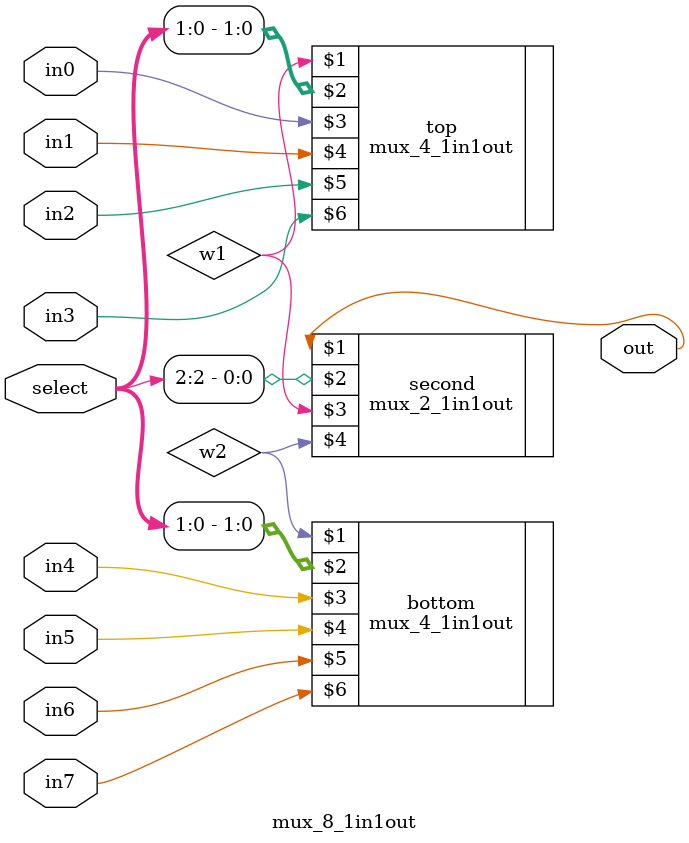
<source format=v>
module mux_8_1in1out(out, select, in0, in1, in2, in3, in4, in5, in6, in7);
    input[2:0] select;
    input in0, in1, in2, in3, in4, in5, in6, in7;
    output out;
    wire w1, w2;
    mux_4_1in1out top(w1, select[1:0], in0, in1, in2, in3);
    mux_4_1in1out bottom(w2, select[1:0], in4, in5, in6, in7);
    mux_2_1in1out second(out, select[2], w1, w2);
endmodule
</source>
